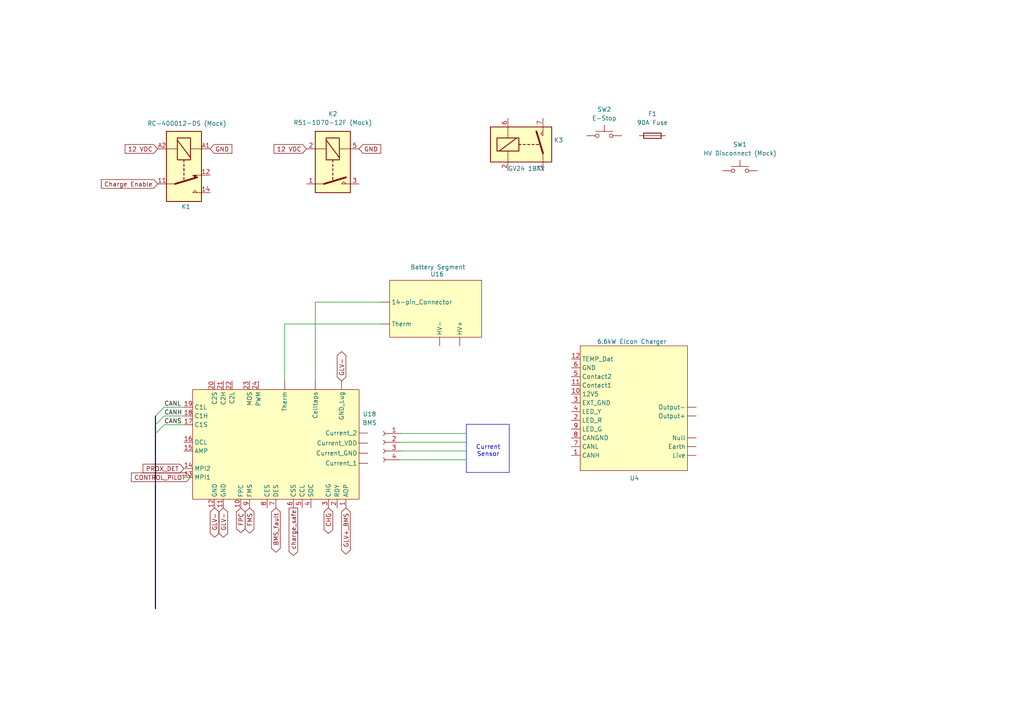
<source format=kicad_sch>
(kicad_sch (version 20250114) (generator "eeschema") (generator_version "9.0")
  (paper "A4")
  (lib_symbols
    (symbol "Accumulator Charging:Conn_01x04_Socket" (pin_names (offset 1.016) (hide yes))
      (property "Reference" "J" (at 0 5.08 0))
      (property "Value" "Conn_01x04_Socket" (at 0 -7.62 0))
      (symbol "Conn_01x04_Socket_1_1"
        (polyline (pts (xy -1.27 2.54) (xy -0.508 2.54)) (stroke (width 0.1524)))
        (polyline (pts (xy -1.27 0) (xy -0.508 0)) (stroke (width 0.1524)))
        (polyline (pts (xy -1.27 -2.54) (xy -0.508 -2.54)) (stroke (width 0.1524)))
        (polyline (pts (xy -1.27 -5.08) (xy -0.508 -5.08)) (stroke (width 0.1524)))
        (arc (start 0 2.032) (mid -0.5058 2.54) (end 0 3.048) (stroke (width 0.1524)))
        (arc (start 0 -0.508) (mid -0.5058 0) (end 0 0.508) (stroke (width 0.1524)))
        (arc (start 0 -3.048) (mid -0.5058 -2.54) (end 0 -2.032) (stroke (width 0.1524)))
        (arc (start 0 -5.588) (mid -0.5058 -5.08) (end 0 -4.572) (stroke (width 0.1524)))
        (pin passive line (at -5.08 2.54 0) (length 3.81) (name "Pin_1") (number "1"))
        (pin passive line (at -5.08 0 0) (length 3.81) (name "Pin_2") (number "2"))
        (pin passive line (at -5.08 -2.54 0) (length 3.81) (name "Pin_3") (number "3"))
        (pin passive line (at -5.08 -5.08 0) (length 3.81) (name "Pin_4") (number "4"))
      )
    )
    (symbol "Accumulator Charging:DIPxx-1Axx-11x"
      (property "Reference" "K" (at 8.89 3.81 0))
      (property "Value" "DIPxx-1Axx-11x" (at 8.89 1.27 0))
      (symbol "DIPxx-1Axx-11x_0_0"
        (polyline (pts (xy 5.08 5.08) (xy 5.08 2.54) (xy 4.445 3.175) (xy 5.08 3.81)))
      )
      (symbol "DIPxx-1Axx-11x_0_1"
        (rectangle (start -10.16 5.08) (end 7.62 -5.08) (stroke (width 0.254)) (fill (type background)))
        (rectangle (start -8.255 1.905) (end -1.905 -1.905) (stroke (width 0.254)))
        (polyline (pts (xy -7.62 -1.905) (xy -2.54 1.905)) (stroke (width 0.254)))
        (polyline (pts (xy -5.08 5.08) (xy -5.08 1.905)))
        (polyline (pts (xy -5.08 -5.08) (xy -5.08 -1.905)))
        (polyline (pts (xy -1.905 0) (xy -1.27 0)) (stroke (width 0.254)))
        (polyline (pts (xy -0.635 0) (xy 0 0)) (stroke (width 0.254)))
        (polyline (pts (xy 0.635 0) (xy 1.27 0)) (stroke (width 0.254)))
        (polyline (pts (xy 1.905 0) (xy 2.54 0)) (stroke (width 0.254)))
        (polyline (pts (xy 3.175 0) (xy 3.81 0)) (stroke (width 0.254)))
        (polyline (pts (xy 5.08 -2.54) (xy 3.175 3.81)) (stroke (width 0.508)))
        (polyline (pts (xy 5.08 -2.54) (xy 5.08 -5.08)))
      )
      (symbol "DIPxx-1Axx-11x_1_1"
        (pin passive line (at -5.08 7.62 270) (length 2.54) (name "~") (number "6"))
        (pin passive line (at -5.08 -7.62 90) (length 2.54) (name "~") (number "2"))
        (pin passive line (at 5.08 7.62 270) (length 2.54) (name "~") (number "7"))
        (pin passive line (at 5.08 7.62 270) (length 2.54) (hide yes) (name "~") (number "8"))
        (pin passive line (at 5.08 -7.62 90) (length 2.54) (name "~") (number "1"))
        (pin passive line (at 5.08 -7.62 90) (length 2.54) (hide yes) (name "~") (number "14"))
      )
    )
    (symbol "BMS_1"
      (property "Reference" "U18" (at 8.2902 -1.27 90))
      (property "Value" "BMS" (at 5.7502 -1.27 90))
      (symbol "BMS_1_0_1"
        (rectangle (start -16.383 50.038) (end 15.367 1.778) (fill (type background)))
      )
      (symbol "BMS_1_1_1"
        (pin bidirectional line (at -18.923 43.688 0) (length 2.54) (name "GND") (number "12"))
        (pin bidirectional line (at -18.923 41.148 0) (length 2.54) (name "GND") (number "11"))
        (pin input line (at -18.923 36.068 0) (length 2.54) (name "FPC") (number "10"))
        (pin input line (at -18.923 33.528 0) (length 2.54) (name "FMS") (number "9"))
        (pin output line (at -18.923 28.448 0) (length 2.54) (name "CES") (number "8"))
        (pin output line (at -18.923 25.908 0) (length 2.54) (name "DES") (number "7"))
        (pin output line (at -18.923 20.828 0) (length 2.54) (name "CSS") (number "6"))
        (pin output line (at -18.923 18.288 0) (length 2.54) (name "CCL") (number "5"))
        (pin output line (at -18.923 15.748 0) (length 2.54) (name "SOC") (number "4"))
        (pin power_in line (at -18.923 10.668 0) (length 2.54) (name "CHG") (number "3"))
        (pin power_in line (at -18.923 8.128 0) (length 2.54) (name "RDY") (number "2"))
        (pin power_in line (at -18.923 5.588 0) (length 2.54) (name "AOP") (number "1"))
        (pin input line (at -10.033 52.578 270) (length 2.54) (name "MPI1") (number "13"))
        (pin input line (at -7.493 52.578 270) (length 2.54) (name "MPI2") (number "14"))
        (pin input line (at -5.969 -0.762 90) (length 2.54) (name "Current_1") (number ""))
        (pin input line (at -3.048 -0.762 90) (length 2.54) (name "Current_GND") (number ""))
        (pin output line (at -2.413 52.578 270) (length 2.54) (name "AMP") (number "15"))
        (pin input line (at -0.127 -0.762 90) (length 2.54) (name "Current_VDD") (number ""))
        (pin output line (at 0.127 52.578 270) (length 2.54) (name "DCL") (number "16"))
        (pin input line (at 2.794 -0.762 90) (length 2.54) (name "Current_2") (number ""))
        (pin bidirectional line (at 5.207 52.578 270) (length 2.54) (name "C1S") (number "17"))
        (pin bidirectional line (at 7.747 52.578 270) (length 2.54) (name "C1H") (number "18"))
        (pin bidirectional line (at 10.287 52.578 270) (length 2.54) (name "C1L") (number "19"))
        (pin bidirectional line (at 17.907 43.688 180) (length 2.54) (name "C2S") (number "20"))
        (pin bidirectional line (at 17.907 41.148 180) (length 2.54) (name "C2H") (number "21"))
        (pin bidirectional line (at 17.907 38.608 180) (length 2.54) (name "C2L") (number "22"))
        (pin output line (at 17.907 33.528 180) (length 2.54) (name "MOS") (number "23"))
        (pin output line (at 17.907 30.988 180) (length 2.54) (name "PWM") (number "24"))
        (pin bidirectional line (at 17.907 23.368 180) (length 2.54) (name "Therm") (number ""))
        (pin bidirectional line (at 17.907 14.478 180) (length 2.54) (name "Celltaps") (number ""))
        (pin bidirectional line (at 17.907 6.858 180) (length 2.54) (name "GND_Lug") (number ""))
      )
    )
    (symbol "Battery_1"
      (property "Reference" "U16" (at -1.778 2.032 0))
      (property "Value" "Battery Segment" (at 0 0 0))
      (symbol "Battery_1_0_1"
        (rectangle (start -12.7 20.32) (end 13.97 3.81) (fill (type background)))
      )
      (symbol "Battery_1_1_1"
        (pin bidirectional line (at -6.35 22.86 270) (length 2.54) (name "HV+") (number ""))
        (pin bidirectional line (at -0.508 22.86 270) (length 2.54) (name "HV-") (number ""))
        (pin bidirectional line (at 16.51 16.51 180) (length 2.54) (name "Therm") (number ""))
        (pin bidirectional line (at 16.51 10.16 180) (length 2.54) (name "14-pin_Connector") (number ""))
      )
    )
    (symbol "Device:Fuse" (pin_numbers (hide yes)) (pin_names (offset 0))
      (property "Reference" "F" (at 2.032 0 90))
      (property "Value" "Fuse" (at -1.905 0 90))
      (symbol "Fuse_0_1"
        (rectangle (start -0.762 -2.54) (end 0.762 2.54) (stroke (width 0.254)))
        (polyline (pts (xy 0 2.54) (xy 0 -2.54)))
      )
      (symbol "Fuse_1_1"
        (pin passive line (at 0 3.81 270) (length 1.27) (name "~") (number "1"))
        (pin passive line (at 0 -3.81 90) (length 1.27) (name "~") (number "2"))
      )
    )
    (symbol "Elcon_1"
      (property "Reference" "U8" (at 0.3175 21.082 0))
      (property "Value" "~" (at 0 0 0))
      (symbol "Elcon_1_0_1"
        (rectangle (start -15.24 59.055) (end 15.875 22.86) (fill (type background)))
      )
      (symbol "Elcon_1_1_1"
        (pin input line (at -17.78 54.61 0) (length 2.54) (name "Live") (number ""))
        (pin input line (at -17.78 52.07 0) (length 2.54) (name "Earth") (number ""))
        (pin input line (at -17.78 49.53 0) (length 2.54) (name "Null") (number ""))
        (pin input line (at -17.78 43.18 0) (length 2.54) (name "Output+") (number ""))
        (pin input line (at -17.78 40.64 0) (length 2.54) (name "Output-") (number ""))
        (pin input line (at 18.415 54.61 180) (length 2.54) (name "CANH") (number "1"))
        (pin input line (at 18.415 52.07 180) (length 2.54) (name "CANL") (number "7"))
        (pin input line (at 18.415 49.53 180) (length 2.54) (name "CANGND") (number "8"))
        (pin input line (at 18.415 46.99 180) (length 2.54) (name "LED_G") (number "9"))
        (pin input line (at 18.415 44.45 180) (length 2.54) (name "LED_R") (number "2"))
        (pin input line (at 18.415 41.91 180) (length 2.54) (name "LED_Y") (number "4"))
        (pin input line (at 18.415 39.37 180) (length 2.54) (name "EXT_GND") (number "3"))
        (pin input line (at 18.415 36.83 180) (length 2.54) (name "12V5") (number "10"))
        (pin input line (at 18.415 34.29 180) (length 2.54) (name "Contact1") (number "11"))
        (pin input line (at 18.415 31.75 180) (length 2.54) (name "Contact2") (number "5"))
        (pin input line (at 18.415 29.21 180) (length 2.54) (name "GND") (number "6"))
        (pin input line (at 18.415 26.67 180) (length 2.54) (name "TEMP_Dat") (number "12"))
      )
    )
    (symbol "Relay:FINDER-36.11"
      (property "Reference" "K" (at 11.43 3.81 0))
      (property "Value" "FINDER-36.11" (at 11.43 1.27 0))
      (symbol "FINDER-36.11_0_0"
        (polyline (pts (xy 2.54 3.81) (xy 2.54 5.08)))
        (polyline (pts (xy 7.62 3.81) (xy 7.62 5.08)))
        (polyline (pts (xy 7.62 3.81) (xy 7.62 2.54) (xy 6.985 3.175) (xy 7.62 3.81)))
      )
      (symbol "FINDER-36.11_0_1"
        (rectangle (start -10.16 5.08) (end 10.16 -5.08) (stroke (width 0.254)) (fill (type background)))
        (rectangle (start -8.255 1.905) (end -1.905 -1.905) (stroke (width 0.254)))
        (polyline (pts (xy -7.62 -1.905) (xy -2.54 1.905)) (stroke (width 0.254)))
        (polyline (pts (xy -5.08 5.08) (xy -5.08 1.905)))
        (polyline (pts (xy -5.08 -5.08) (xy -5.08 -1.905)))
        (polyline (pts (xy -1.905 0) (xy -1.27 0)) (stroke (width 0.254)))
        (polyline (pts (xy -0.635 0) (xy 0 0)) (stroke (width 0.254)))
        (polyline (pts (xy 0.635 0) (xy 1.27 0)) (stroke (width 0.254)))
        (polyline (pts (xy 0.635 0) (xy 1.27 0)) (stroke (width 0.254)))
        (polyline (pts (xy 1.905 0) (xy 2.54 0)) (stroke (width 0.254)))
        (polyline (pts (xy 2.54 2.54) (xy 2.54 3.81) (xy 2.54 2.54) (xy 2.54 2.54) (xy 3.175 3.175) (xy 2.54 3.81)) (fill (type outline)))
        (polyline (pts (xy 3.175 0) (xy 3.81 0)) (stroke (width 0.254)))
        (polyline (pts (xy 5.08 -2.54) (xy 3.175 3.81)) (stroke (width 0.508)))
        (polyline (pts (xy 5.08 -2.54) (xy 5.08 -5.08)))
      )
      (symbol "FINDER-36.11_1_1"
        (pin passive line (at -5.08 7.62 270) (length 2.54) (name "~") (number "A1"))
        (pin passive line (at -5.08 -7.62 90) (length 2.54) (name "~") (number "A2"))
        (pin passive line (at 2.54 7.62 270) (length 2.54) (name "~") (number "12"))
        (pin passive line (at 5.08 -7.62 90) (length 2.54) (name "~") (number "11"))
        (pin passive line (at 7.62 7.62 270) (length 2.54) (name "~") (number "14"))
      )
    )
    (symbol "Relay:SANYOU_SRD_Form_A"
      (property "Reference" "K" (at 8.89 3.81 0))
      (property "Value" "SANYOU_SRD_Form_A" (at 8.89 1.27 0))
      (symbol "SANYOU_SRD_Form_A_0_0"
        (polyline (pts (xy 5.08 5.08) (xy 5.08 2.54) (xy 4.445 3.175) (xy 5.08 3.81)))
      )
      (symbol "SANYOU_SRD_Form_A_0_1"
        (rectangle (start -10.16 5.08) (end 7.62 -5.08) (stroke (width 0.254)) (fill (type background)))
        (rectangle (start -8.255 1.905) (end -1.905 -1.905) (stroke (width 0.254)))
        (polyline (pts (xy -7.62 -1.905) (xy -2.54 1.905)) (stroke (width 0.254)))
        (polyline (pts (xy -5.08 5.08) (xy -5.08 1.905)))
        (polyline (pts (xy -5.08 -5.08) (xy -5.08 -1.905)))
        (polyline (pts (xy -1.905 0) (xy -1.27 0)) (stroke (width 0.254)))
        (polyline (pts (xy -0.635 0) (xy 0 0)) (stroke (width 0.254)))
        (polyline (pts (xy 0.635 0) (xy 1.27 0)) (stroke (width 0.254)))
        (polyline (pts (xy 1.905 0) (xy 2.54 0)) (stroke (width 0.254)))
        (polyline (pts (xy 3.175 0) (xy 3.81 0)) (stroke (width 0.254)))
        (polyline (pts (xy 5.08 -2.54) (xy 3.175 3.81)) (stroke (width 0.508)))
        (polyline (pts (xy 5.08 -2.54) (xy 5.08 -5.08)))
      )
      (symbol "SANYOU_SRD_Form_A_1_1"
        (pin passive line (at -5.08 7.62 270) (length 2.54) (name "~") (number "5"))
        (pin passive line (at -5.08 -7.62 90) (length 2.54) (name "~") (number "2"))
        (pin passive line (at 5.08 7.62 270) (length 2.54) (name "~") (number "3"))
        (pin passive line (at 5.08 -7.62 90) (length 2.54) (name "~") (number "1"))
      )
    )
    (symbol "Switch:SW_Push" (pin_numbers (hide yes)) (pin_names (offset 1.016) (hide yes))
      (property "Reference" "SW" (at 1.27 2.54 0))
      (property "Value" "SW_Push" (at 0 -1.524 0))
      (symbol "SW_Push_0_1"
        (circle (center -2.032 0) (radius 0.508))
        (polyline (pts (xy 0 1.27) (xy 0 3.048)))
        (circle (center 2.032 0) (radius 0.508))
        (polyline (pts (xy 2.54 1.27) (xy -2.54 1.27)))
        (pin passive line (at -5.08 0 0) (length 2.54) (name "1") (number "1"))
        (pin passive line (at 5.08 0 180) (length 2.54) (name "2") (number "2"))
      )
    )
  )
  (rectangle (start 135.255 123.063) (end 147.701 137.033))
  (text "Current\nSensor" (at 141.605 130.81 0) (effects (font (size 1.27 1.27))))
  (bus_entry (at 47.625 123.19) (size -2.54 2.54))
  (bus_entry (at 47.625 118.11) (size -2.54 2.54))
  (bus_entry (at 47.625 120.65) (size -2.54 2.54))
  (wire (pts (xy 91.44 110.49) (xy 91.44 87.63)))
  (bus (pts (xy 45.085 120.65) (xy 45.085 123.19)))
  (wire (pts (xy 47.625 123.19) (xy 53.34 123.19)))
  (wire (pts (xy 47.625 118.11) (xy 53.34 118.11)))
  (wire (pts (xy 116.205 128.27) (xy 135.255 128.27)))
  (wire (pts (xy 82.55 110.49) (xy 82.55 93.98)))
  (wire (pts (xy 116.205 133.35) (xy 135.255 133.35)))
  (wire (pts (xy 91.44 87.63) (xy 110.49 87.63)))
  (wire (pts (xy 116.205 125.73) (xy 135.255 125.73)))
  (wire (pts (xy 82.55 93.98) (xy 110.49 93.98)))
  (wire (pts (xy 116.205 130.81) (xy 135.255 130.81)))
  (bus (pts (xy 45.085 123.19) (xy 45.085 125.73)))
  (bus (pts (xy 45.085 125.73) (xy 45.085 176.53)))
  (wire (pts (xy 53.34 138.43) (xy 55.245 138.43)))
  (wire (pts (xy 47.625 120.65) (xy 53.34 120.65)))
  (label "CANS" (at 47.625 123.19 0))
  (label "CANH" (at 47.625 120.65 0))
  (label "CANL" (at 47.625 118.11 0))
  (global_label "FMS" (shape bidirectional) (at 72.39 147.32 270) (property "Intersheetrefs" "${INTERSHEET_REFS}" (effects (hide yes))))
  (global_label "12 VDC" (shape input) (at 45.72 43.18 180) (property "Intersheetrefs" "${INTERSHEET_REFS}" (effects (hide yes))))
  (global_label "GLV-" (shape bidirectional) (at 62.23 147.32 270) (property "Intersheetrefs" "${INTERSHEET_REFS}" (effects (hide yes))))
  (global_label "BMS_fault" (shape bidirectional) (at 80.01 147.32 270) (property "Intersheetrefs" "${INTERSHEET_REFS}" (effects (hide yes))))
  (global_label "GLV-" (shape bidirectional) (at 99.06 110.49 90) (property "Intersheetrefs" "${INTERSHEET_REFS}" (effects (hide yes))))
  (global_label "GLV-" (shape bidirectional) (at 64.77 147.32 270) (property "Intersheetrefs" "${INTERSHEET_REFS}" (effects (hide yes))))
  (global_label "charge_safe" (shape output) (at 85.09 147.32 270) (property "Intersheetrefs" "${INTERSHEET_REFS}" (effects (hide yes))))
  (global_label "GND" (shape input) (at 60.96 43.18 0) (property "Intersheetrefs" "${INTERSHEET_REFS}" (effects (hide yes))))
  (global_label "Charge Enable" (shape input) (at 45.72 53.34 180) (property "Intersheetrefs" "${INTERSHEET_REFS}" (effects (hide yes))))
  (global_label "GND" (shape input) (at 104.14 43.18 0) (property "Intersheetrefs" "${INTERSHEET_REFS}" (effects (hide yes))))
  (global_label "CHG" (shape bidirectional) (at 95.25 147.32 270) (property "Intersheetrefs" "${INTERSHEET_REFS}" (effects (hide yes))))
  (global_label "CONTROL_PILOT" (shape input) (at 55.245 138.43 180) (property "Intersheetrefs" "${INTERSHEET_REFS}" (effects (hide yes))))
  (global_label "GLV+_BMS" (shape bidirectional) (at 100.33 147.32 270) (property "Intersheetrefs" "${INTERSHEET_REFS}" (effects (hide yes))))
  (global_label "FPC" (shape bidirectional) (at 69.85 147.32 270) (property "Intersheetrefs" "${INTERSHEET_REFS}" (effects (hide yes))))
  (global_label "PROX_DET" (shape input) (at 53.34 135.89 180) (property "Intersheetrefs" "${INTERSHEET_REFS}" (effects (hide yes))))
  (global_label "12 VDC" (shape input) (at 88.9 43.18 180) (property "Intersheetrefs" "${INTERSHEET_REFS}" (effects (hide yes))))
  (symbol (lib_id "Switch:SW_Push") (at 175.26 39.37 0) (unit 1)
    (property "Reference" "SW2" (at 175.26 31.75 0))
    (property "Value" "E-Stop" (at 175.26 34.29 0))
    (property "Description" "Push button switch, generic, two pins" (effects (hide yes)))
  )
  (symbol (lib_name "BMS_1") (lib_id "Accumulator Charging:BMS") (at 105.918 128.397 90) (unit 1)
    (property "Reference" "U18" (at 107.188 120.1068 90))
    (property "Value" "BMS" (at 107.188 122.6468 90))
  )
  (symbol (lib_id "Accumulator Charging:DIPxx-1Axx-11x") (at 152.4 41.91 0) (unit 1)
    (property "Reference" "K3" (at 160.655 40.64 0) (effects (justify left)))
    (property "Value" "GV24 1BAX" (at 147.32 48.895 0) (effects (justify left)))
    (property "Footprint" "Relay_THT:Relay_StandexMeder_DIP_LowProfile" (effects (hide yes)))
    (property "Datasheet" "https://www.sensata.com/sites/default/files/a/sensata-gigavac-gv24-sereies-800v-contactors-datasheet.pdf" (effects (hide yes)))
  )
  (symbol (lib_id "Switch:SW_Push") (at 214.63 49.53 0) (unit 1)
    (property "Reference" "SW1" (at 214.63 41.91 0))
    (property "Value" "HV Disconnect (Mock)" (at 214.63 44.45 0))
    (property "Description" "Push button switch, generic, two pins" (effects (hide yes)))
  )
  (symbol (lib_name "Elcon_1") (lib_id "Accumulator Charging:Elcon") (at 184.15 77.47 180) (unit 1)
    (property "Reference" "U4" (at 184.023 138.684 0))
    (property "Value" "6.6kW Elcon Charger" (at 183.261 99.06 0))
    (property "Datasheet" "https://drive.google.com/file/d/1VmoDZTyT_GKdlcjNlQDRAciwgWTCW6jb/view" (effects (hide yes)))
  )
  (symbol (lib_id "Device:Fuse") (at 189.23 39.37 270) (unit 1)
    (property "Reference" "F1" (at 189.23 33.02 90))
    (property "Value" "90A Fuse" (at 189.23 35.56 90))
    (property "Description" "Fuse" (effects (hide yes)))
  )
  (symbol (lib_name "Battery_1") (lib_id "Accumulator Charging:Battery") (at 127 77.47 180) (unit 1)
    (property "Reference" "U16" (at 128.778 79.502 0) (effects (justify left)))
    (property "Value" "Battery Segment" (at 127 77.47 0))
  )
  (symbol (lib_id "Relay:SANYOU_SRD_Form_A") (at 96.52 48.26 270) (unit 1)
    (property "Reference" "K2" (at 96.52 33.02 90))
    (property "Value" "R51−1D70−12F (Mock)" (at 96.52 35.56 90))
    (property "Footprint" "Relay_THT:Relay_SPST_SANYOU_SRD_Series_Form_A" (effects (hide yes)))
    (property "Datasheet" "http://www.sanyourelay.ca/public/products/pdf/SRD.pdf" (effects (hide yes)))
    (property "Description" "Sanyo SRD relay, Single Pole Miniature Power Relay, Closing Contact" (effects (hide yes)))
  )
  (symbol (lib_id "Accumulator Charging:Conn_01x04_Socket") (at 111.125 128.27 0) (mirror y) (unit 1)
    (property "Reference" "J20" (effects (hide yes)))
    (property "Value" "??? can't find PN" (effects (hide yes)))
    (property "Description" "Generic connector, single row, 01x04, script generated" (effects (hide yes)))
  )
  (symbol (lib_id "Relay:FINDER-36.11") (at 53.34 48.26 270) (unit 1)
    (property "Reference" "K1" (at 52.578 59.944 90) (effects (justify left)))
    (property "Value" "RC-400012-DS (Mock)" (at 42.672 35.814 90) (effects (justify left)))
    (property "Footprint" "Relay_THT:Relay_SPDT_Finder_36.11" (effects (hide yes)))
    (property "Datasheet" "https://gfinder.findernet.com/public/attachments/36/EN/S36EN.pdf" (effects (hide yes)))
    (property "Description" "FINDER 36.11, SPDT relay, 10A" (effects (hide yes)))
  )
)
</source>
